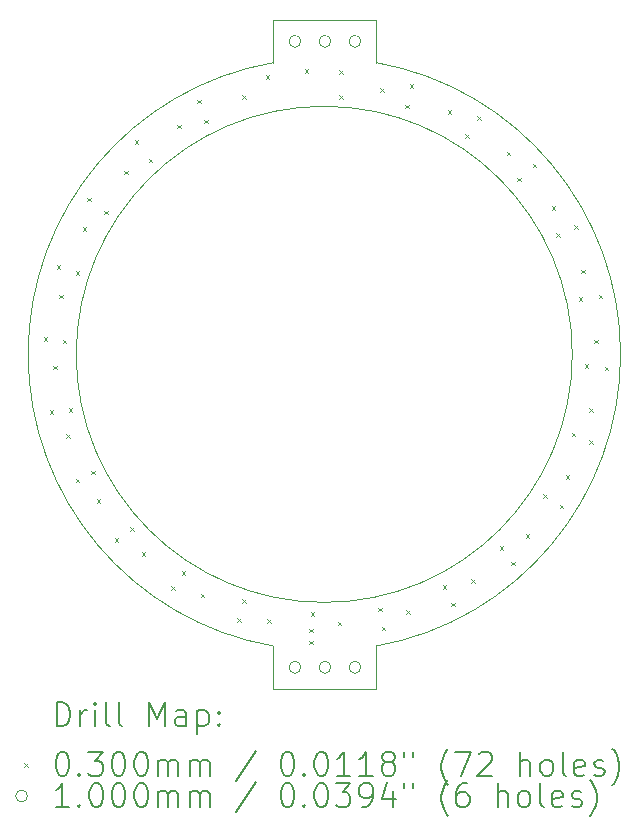
<source format=gbr>
%TF.GenerationSoftware,KiCad,Pcbnew,7.0.2-6a45011f42~172~ubuntu22.04.1*%
%TF.CreationDate,2023-05-13T10:54:32-06:00*%
%TF.ProjectId,ring-50mm,72696e67-2d35-4306-9d6d-2e6b69636164,rev?*%
%TF.SameCoordinates,Original*%
%TF.FileFunction,Drillmap*%
%TF.FilePolarity,Positive*%
%FSLAX45Y45*%
G04 Gerber Fmt 4.5, Leading zero omitted, Abs format (unit mm)*
G04 Created by KiCad (PCBNEW 7.0.2-6a45011f42~172~ubuntu22.04.1) date 2023-05-13 10:54:32*
%MOMM*%
%LPD*%
G01*
G04 APERTURE LIST*
%ADD10C,0.100000*%
%ADD11C,0.200000*%
%ADD12C,0.030000*%
G04 APERTURE END LIST*
D10*
X15570000Y-12080000D02*
X14700000Y-12080000D01*
X15570000Y-11720000D02*
X15570000Y-12080000D01*
X15570000Y-11720000D02*
G75*
G03*
X15570000Y-6780000I-440000J2470000D01*
G01*
X14700000Y-12080000D02*
X14700000Y-11720000D01*
X15570000Y-6420000D02*
X15570000Y-6780000D01*
X14700000Y-6780000D02*
X14700000Y-6420000D01*
X14700000Y-6780000D02*
G75*
G03*
X14700000Y-11720000I430000J-2470000D01*
G01*
X14700000Y-6420000D02*
X15570000Y-6420000D01*
X17230000Y-9250000D02*
G75*
G03*
X17230000Y-9250000I-2100000J0D01*
G01*
D11*
D12*
X12755000Y-9105000D02*
X12785000Y-9135000D01*
X12785000Y-9105000D02*
X12755000Y-9135000D01*
X12805000Y-9725000D02*
X12835000Y-9755000D01*
X12835000Y-9725000D02*
X12805000Y-9755000D01*
X12835000Y-9345000D02*
X12865000Y-9375000D01*
X12865000Y-9345000D02*
X12835000Y-9375000D01*
X12865000Y-8495000D02*
X12895000Y-8525000D01*
X12895000Y-8495000D02*
X12865000Y-8525000D01*
X12885000Y-8745000D02*
X12915000Y-8775000D01*
X12915000Y-8745000D02*
X12885000Y-8775000D01*
X12915000Y-9125000D02*
X12945000Y-9155000D01*
X12945000Y-9125000D02*
X12915000Y-9155000D01*
X12945000Y-9925000D02*
X12975000Y-9955000D01*
X12975000Y-9925000D02*
X12945000Y-9955000D01*
X12965000Y-9705000D02*
X12995000Y-9735000D01*
X12995000Y-9705000D02*
X12965000Y-9735000D01*
X13025000Y-8545000D02*
X13055000Y-8575000D01*
X13055000Y-8545000D02*
X13025000Y-8575000D01*
X13025000Y-10305000D02*
X13055000Y-10335000D01*
X13055000Y-10305000D02*
X13025000Y-10335000D01*
X13085000Y-8175000D02*
X13115000Y-8205000D01*
X13115000Y-8175000D02*
X13085000Y-8205000D01*
X13125000Y-7925000D02*
X13155000Y-7955000D01*
X13155000Y-7925000D02*
X13125000Y-7955000D01*
X13155000Y-10235000D02*
X13185000Y-10265000D01*
X13185000Y-10235000D02*
X13155000Y-10265000D01*
X13205000Y-10475000D02*
X13235000Y-10505000D01*
X13235000Y-10475000D02*
X13205000Y-10505000D01*
X13265000Y-8035000D02*
X13295000Y-8065000D01*
X13295000Y-8035000D02*
X13265000Y-8065000D01*
X13355000Y-10805000D02*
X13385000Y-10835000D01*
X13385000Y-10805000D02*
X13355000Y-10835000D01*
X13435000Y-7695000D02*
X13465000Y-7725000D01*
X13465000Y-7695000D02*
X13435000Y-7725000D01*
X13485000Y-10715000D02*
X13515000Y-10745000D01*
X13515000Y-10715000D02*
X13485000Y-10745000D01*
X13525000Y-7435000D02*
X13555000Y-7465000D01*
X13555000Y-7435000D02*
X13525000Y-7465000D01*
X13585000Y-10925000D02*
X13615000Y-10955000D01*
X13615000Y-10925000D02*
X13585000Y-10955000D01*
X13645000Y-7595000D02*
X13675000Y-7625000D01*
X13675000Y-7595000D02*
X13645000Y-7625000D01*
X13835000Y-11215000D02*
X13865000Y-11245000D01*
X13865000Y-11215000D02*
X13835000Y-11245000D01*
X13885000Y-7305000D02*
X13915000Y-7335000D01*
X13915000Y-7305000D02*
X13885000Y-7335000D01*
X13925000Y-11085000D02*
X13955000Y-11115000D01*
X13955000Y-11085000D02*
X13925000Y-11115000D01*
X14055000Y-7095000D02*
X14085000Y-7125000D01*
X14085000Y-7095000D02*
X14055000Y-7125000D01*
X14085000Y-11275000D02*
X14115000Y-11305000D01*
X14115000Y-11275000D02*
X14085000Y-11305000D01*
X14115000Y-7265000D02*
X14145000Y-7295000D01*
X14145000Y-7265000D02*
X14115000Y-7295000D01*
X14395000Y-11485000D02*
X14425000Y-11515000D01*
X14425000Y-11485000D02*
X14395000Y-11515000D01*
X14435000Y-7055000D02*
X14465000Y-7085000D01*
X14465000Y-7055000D02*
X14435000Y-7085000D01*
X14435000Y-11325000D02*
X14465000Y-11355000D01*
X14465000Y-11325000D02*
X14435000Y-11355000D01*
X14635000Y-6885000D02*
X14665000Y-6915000D01*
X14665000Y-6885000D02*
X14635000Y-6915000D01*
X14645000Y-11495000D02*
X14675000Y-11525000D01*
X14675000Y-11495000D02*
X14645000Y-11525000D01*
X14965000Y-6835000D02*
X14995000Y-6865000D01*
X14995000Y-6835000D02*
X14965000Y-6865000D01*
X15005000Y-11575000D02*
X15035000Y-11605000D01*
X15035000Y-11575000D02*
X15005000Y-11605000D01*
X15005000Y-11675000D02*
X15035000Y-11705000D01*
X15035000Y-11675000D02*
X15005000Y-11705000D01*
X15015000Y-11435000D02*
X15045000Y-11465000D01*
X15045000Y-11435000D02*
X15015000Y-11465000D01*
X15245000Y-11515000D02*
X15275000Y-11545000D01*
X15275000Y-11515000D02*
X15245000Y-11545000D01*
X15255000Y-6845000D02*
X15285000Y-6875000D01*
X15285000Y-6845000D02*
X15255000Y-6875000D01*
X15255000Y-7055000D02*
X15285000Y-7085000D01*
X15285000Y-7055000D02*
X15255000Y-7085000D01*
X15585000Y-11395000D02*
X15615000Y-11425000D01*
X15615000Y-11395000D02*
X15585000Y-11425000D01*
X15605000Y-6995000D02*
X15635000Y-7025000D01*
X15635000Y-6995000D02*
X15605000Y-7025000D01*
X15615000Y-11555000D02*
X15645000Y-11585000D01*
X15645000Y-11555000D02*
X15615000Y-11585000D01*
X15815000Y-7135000D02*
X15845000Y-7165000D01*
X15845000Y-7135000D02*
X15815000Y-7165000D01*
X15825000Y-11415000D02*
X15855000Y-11445000D01*
X15855000Y-11415000D02*
X15825000Y-11445000D01*
X15855000Y-6965000D02*
X15885000Y-6995000D01*
X15885000Y-6965000D02*
X15855000Y-6995000D01*
X16135000Y-11205000D02*
X16165000Y-11235000D01*
X16165000Y-11205000D02*
X16135000Y-11235000D01*
X16175000Y-7185000D02*
X16205000Y-7215000D01*
X16205000Y-7185000D02*
X16175000Y-7215000D01*
X16205000Y-11355000D02*
X16235000Y-11385000D01*
X16235000Y-11355000D02*
X16205000Y-11385000D01*
X16325000Y-7385000D02*
X16355000Y-7415000D01*
X16355000Y-7385000D02*
X16325000Y-7415000D01*
X16375000Y-11155000D02*
X16405000Y-11185000D01*
X16405000Y-11155000D02*
X16375000Y-11185000D01*
X16425000Y-7235000D02*
X16455000Y-7265000D01*
X16455000Y-7235000D02*
X16425000Y-7265000D01*
X16615000Y-10875000D02*
X16645000Y-10905000D01*
X16645000Y-10875000D02*
X16615000Y-10905000D01*
X16675000Y-7535000D02*
X16705000Y-7565000D01*
X16705000Y-7535000D02*
X16675000Y-7565000D01*
X16715000Y-11005000D02*
X16745000Y-11035000D01*
X16745000Y-11005000D02*
X16715000Y-11035000D01*
X16765000Y-7755000D02*
X16795000Y-7785000D01*
X16795000Y-7755000D02*
X16765000Y-7785000D01*
X16835000Y-10775000D02*
X16865000Y-10805000D01*
X16865000Y-10775000D02*
X16835000Y-10805000D01*
X16895000Y-7635000D02*
X16925000Y-7665000D01*
X16925000Y-7635000D02*
X16895000Y-7665000D01*
X16985000Y-10435000D02*
X17015000Y-10465000D01*
X17015000Y-10435000D02*
X16985000Y-10465000D01*
X17055000Y-7995000D02*
X17085000Y-8025000D01*
X17085000Y-7995000D02*
X17055000Y-8025000D01*
X17095000Y-8225000D02*
X17125000Y-8255000D01*
X17125000Y-8225000D02*
X17095000Y-8255000D01*
X17125000Y-10525000D02*
X17155000Y-10555000D01*
X17155000Y-10525000D02*
X17125000Y-10555000D01*
X17175000Y-10275000D02*
X17205000Y-10305000D01*
X17205000Y-10275000D02*
X17175000Y-10305000D01*
X17225000Y-9915000D02*
X17255000Y-9945000D01*
X17255000Y-9915000D02*
X17225000Y-9945000D01*
X17245000Y-8155000D02*
X17275000Y-8185000D01*
X17275000Y-8155000D02*
X17245000Y-8185000D01*
X17285000Y-8765000D02*
X17315000Y-8795000D01*
X17315000Y-8765000D02*
X17285000Y-8795000D01*
X17305000Y-8535000D02*
X17335000Y-8565000D01*
X17335000Y-8535000D02*
X17305000Y-8565000D01*
X17335000Y-9335000D02*
X17365000Y-9365000D01*
X17365000Y-9335000D02*
X17335000Y-9365000D01*
X17375000Y-9705000D02*
X17405000Y-9735000D01*
X17405000Y-9705000D02*
X17375000Y-9735000D01*
X17375000Y-9975000D02*
X17405000Y-10005000D01*
X17405000Y-9975000D02*
X17375000Y-10005000D01*
X17415000Y-9125000D02*
X17445000Y-9155000D01*
X17445000Y-9125000D02*
X17415000Y-9155000D01*
X17455000Y-8745000D02*
X17485000Y-8775000D01*
X17485000Y-8745000D02*
X17455000Y-8775000D01*
X17505000Y-9355000D02*
X17535000Y-9385000D01*
X17535000Y-9355000D02*
X17505000Y-9385000D01*
D10*
X14932000Y-6600000D02*
G75*
G03*
X14932000Y-6600000I-50000J0D01*
G01*
X14932000Y-11900000D02*
G75*
G03*
X14932000Y-11900000I-50000J0D01*
G01*
X15186000Y-6600000D02*
G75*
G03*
X15186000Y-6600000I-50000J0D01*
G01*
X15186000Y-11900000D02*
G75*
G03*
X15186000Y-11900000I-50000J0D01*
G01*
X15440000Y-6600000D02*
G75*
G03*
X15440000Y-6600000I-50000J0D01*
G01*
X15440000Y-11900000D02*
G75*
G03*
X15440000Y-11900000I-50000J0D01*
G01*
D11*
X12865469Y-12397524D02*
X12865469Y-12197524D01*
X12865469Y-12197524D02*
X12913088Y-12197524D01*
X12913088Y-12197524D02*
X12941660Y-12207048D01*
X12941660Y-12207048D02*
X12960707Y-12226095D01*
X12960707Y-12226095D02*
X12970231Y-12245143D01*
X12970231Y-12245143D02*
X12979755Y-12283238D01*
X12979755Y-12283238D02*
X12979755Y-12311809D01*
X12979755Y-12311809D02*
X12970231Y-12349905D01*
X12970231Y-12349905D02*
X12960707Y-12368952D01*
X12960707Y-12368952D02*
X12941660Y-12388000D01*
X12941660Y-12388000D02*
X12913088Y-12397524D01*
X12913088Y-12397524D02*
X12865469Y-12397524D01*
X13065469Y-12397524D02*
X13065469Y-12264190D01*
X13065469Y-12302286D02*
X13074993Y-12283238D01*
X13074993Y-12283238D02*
X13084517Y-12273714D01*
X13084517Y-12273714D02*
X13103564Y-12264190D01*
X13103564Y-12264190D02*
X13122612Y-12264190D01*
X13189279Y-12397524D02*
X13189279Y-12264190D01*
X13189279Y-12197524D02*
X13179755Y-12207048D01*
X13179755Y-12207048D02*
X13189279Y-12216571D01*
X13189279Y-12216571D02*
X13198803Y-12207048D01*
X13198803Y-12207048D02*
X13189279Y-12197524D01*
X13189279Y-12197524D02*
X13189279Y-12216571D01*
X13313088Y-12397524D02*
X13294041Y-12388000D01*
X13294041Y-12388000D02*
X13284517Y-12368952D01*
X13284517Y-12368952D02*
X13284517Y-12197524D01*
X13417850Y-12397524D02*
X13398803Y-12388000D01*
X13398803Y-12388000D02*
X13389279Y-12368952D01*
X13389279Y-12368952D02*
X13389279Y-12197524D01*
X13646422Y-12397524D02*
X13646422Y-12197524D01*
X13646422Y-12197524D02*
X13713088Y-12340381D01*
X13713088Y-12340381D02*
X13779755Y-12197524D01*
X13779755Y-12197524D02*
X13779755Y-12397524D01*
X13960707Y-12397524D02*
X13960707Y-12292762D01*
X13960707Y-12292762D02*
X13951184Y-12273714D01*
X13951184Y-12273714D02*
X13932136Y-12264190D01*
X13932136Y-12264190D02*
X13894041Y-12264190D01*
X13894041Y-12264190D02*
X13874993Y-12273714D01*
X13960707Y-12388000D02*
X13941660Y-12397524D01*
X13941660Y-12397524D02*
X13894041Y-12397524D01*
X13894041Y-12397524D02*
X13874993Y-12388000D01*
X13874993Y-12388000D02*
X13865469Y-12368952D01*
X13865469Y-12368952D02*
X13865469Y-12349905D01*
X13865469Y-12349905D02*
X13874993Y-12330857D01*
X13874993Y-12330857D02*
X13894041Y-12321333D01*
X13894041Y-12321333D02*
X13941660Y-12321333D01*
X13941660Y-12321333D02*
X13960707Y-12311809D01*
X14055945Y-12264190D02*
X14055945Y-12464190D01*
X14055945Y-12273714D02*
X14074993Y-12264190D01*
X14074993Y-12264190D02*
X14113088Y-12264190D01*
X14113088Y-12264190D02*
X14132136Y-12273714D01*
X14132136Y-12273714D02*
X14141660Y-12283238D01*
X14141660Y-12283238D02*
X14151184Y-12302286D01*
X14151184Y-12302286D02*
X14151184Y-12359428D01*
X14151184Y-12359428D02*
X14141660Y-12378476D01*
X14141660Y-12378476D02*
X14132136Y-12388000D01*
X14132136Y-12388000D02*
X14113088Y-12397524D01*
X14113088Y-12397524D02*
X14074993Y-12397524D01*
X14074993Y-12397524D02*
X14055945Y-12388000D01*
X14236898Y-12378476D02*
X14246422Y-12388000D01*
X14246422Y-12388000D02*
X14236898Y-12397524D01*
X14236898Y-12397524D02*
X14227374Y-12388000D01*
X14227374Y-12388000D02*
X14236898Y-12378476D01*
X14236898Y-12378476D02*
X14236898Y-12397524D01*
X14236898Y-12273714D02*
X14246422Y-12283238D01*
X14246422Y-12283238D02*
X14236898Y-12292762D01*
X14236898Y-12292762D02*
X14227374Y-12283238D01*
X14227374Y-12283238D02*
X14236898Y-12273714D01*
X14236898Y-12273714D02*
X14236898Y-12292762D01*
D12*
X12587850Y-12710000D02*
X12617850Y-12740000D01*
X12617850Y-12710000D02*
X12587850Y-12740000D01*
D11*
X12903564Y-12617524D02*
X12922612Y-12617524D01*
X12922612Y-12617524D02*
X12941660Y-12627048D01*
X12941660Y-12627048D02*
X12951184Y-12636571D01*
X12951184Y-12636571D02*
X12960707Y-12655619D01*
X12960707Y-12655619D02*
X12970231Y-12693714D01*
X12970231Y-12693714D02*
X12970231Y-12741333D01*
X12970231Y-12741333D02*
X12960707Y-12779428D01*
X12960707Y-12779428D02*
X12951184Y-12798476D01*
X12951184Y-12798476D02*
X12941660Y-12808000D01*
X12941660Y-12808000D02*
X12922612Y-12817524D01*
X12922612Y-12817524D02*
X12903564Y-12817524D01*
X12903564Y-12817524D02*
X12884517Y-12808000D01*
X12884517Y-12808000D02*
X12874993Y-12798476D01*
X12874993Y-12798476D02*
X12865469Y-12779428D01*
X12865469Y-12779428D02*
X12855945Y-12741333D01*
X12855945Y-12741333D02*
X12855945Y-12693714D01*
X12855945Y-12693714D02*
X12865469Y-12655619D01*
X12865469Y-12655619D02*
X12874993Y-12636571D01*
X12874993Y-12636571D02*
X12884517Y-12627048D01*
X12884517Y-12627048D02*
X12903564Y-12617524D01*
X13055945Y-12798476D02*
X13065469Y-12808000D01*
X13065469Y-12808000D02*
X13055945Y-12817524D01*
X13055945Y-12817524D02*
X13046422Y-12808000D01*
X13046422Y-12808000D02*
X13055945Y-12798476D01*
X13055945Y-12798476D02*
X13055945Y-12817524D01*
X13132136Y-12617524D02*
X13255945Y-12617524D01*
X13255945Y-12617524D02*
X13189279Y-12693714D01*
X13189279Y-12693714D02*
X13217850Y-12693714D01*
X13217850Y-12693714D02*
X13236898Y-12703238D01*
X13236898Y-12703238D02*
X13246422Y-12712762D01*
X13246422Y-12712762D02*
X13255945Y-12731809D01*
X13255945Y-12731809D02*
X13255945Y-12779428D01*
X13255945Y-12779428D02*
X13246422Y-12798476D01*
X13246422Y-12798476D02*
X13236898Y-12808000D01*
X13236898Y-12808000D02*
X13217850Y-12817524D01*
X13217850Y-12817524D02*
X13160707Y-12817524D01*
X13160707Y-12817524D02*
X13141660Y-12808000D01*
X13141660Y-12808000D02*
X13132136Y-12798476D01*
X13379755Y-12617524D02*
X13398803Y-12617524D01*
X13398803Y-12617524D02*
X13417850Y-12627048D01*
X13417850Y-12627048D02*
X13427374Y-12636571D01*
X13427374Y-12636571D02*
X13436898Y-12655619D01*
X13436898Y-12655619D02*
X13446422Y-12693714D01*
X13446422Y-12693714D02*
X13446422Y-12741333D01*
X13446422Y-12741333D02*
X13436898Y-12779428D01*
X13436898Y-12779428D02*
X13427374Y-12798476D01*
X13427374Y-12798476D02*
X13417850Y-12808000D01*
X13417850Y-12808000D02*
X13398803Y-12817524D01*
X13398803Y-12817524D02*
X13379755Y-12817524D01*
X13379755Y-12817524D02*
X13360707Y-12808000D01*
X13360707Y-12808000D02*
X13351184Y-12798476D01*
X13351184Y-12798476D02*
X13341660Y-12779428D01*
X13341660Y-12779428D02*
X13332136Y-12741333D01*
X13332136Y-12741333D02*
X13332136Y-12693714D01*
X13332136Y-12693714D02*
X13341660Y-12655619D01*
X13341660Y-12655619D02*
X13351184Y-12636571D01*
X13351184Y-12636571D02*
X13360707Y-12627048D01*
X13360707Y-12627048D02*
X13379755Y-12617524D01*
X13570231Y-12617524D02*
X13589279Y-12617524D01*
X13589279Y-12617524D02*
X13608326Y-12627048D01*
X13608326Y-12627048D02*
X13617850Y-12636571D01*
X13617850Y-12636571D02*
X13627374Y-12655619D01*
X13627374Y-12655619D02*
X13636898Y-12693714D01*
X13636898Y-12693714D02*
X13636898Y-12741333D01*
X13636898Y-12741333D02*
X13627374Y-12779428D01*
X13627374Y-12779428D02*
X13617850Y-12798476D01*
X13617850Y-12798476D02*
X13608326Y-12808000D01*
X13608326Y-12808000D02*
X13589279Y-12817524D01*
X13589279Y-12817524D02*
X13570231Y-12817524D01*
X13570231Y-12817524D02*
X13551184Y-12808000D01*
X13551184Y-12808000D02*
X13541660Y-12798476D01*
X13541660Y-12798476D02*
X13532136Y-12779428D01*
X13532136Y-12779428D02*
X13522612Y-12741333D01*
X13522612Y-12741333D02*
X13522612Y-12693714D01*
X13522612Y-12693714D02*
X13532136Y-12655619D01*
X13532136Y-12655619D02*
X13541660Y-12636571D01*
X13541660Y-12636571D02*
X13551184Y-12627048D01*
X13551184Y-12627048D02*
X13570231Y-12617524D01*
X13722612Y-12817524D02*
X13722612Y-12684190D01*
X13722612Y-12703238D02*
X13732136Y-12693714D01*
X13732136Y-12693714D02*
X13751184Y-12684190D01*
X13751184Y-12684190D02*
X13779755Y-12684190D01*
X13779755Y-12684190D02*
X13798803Y-12693714D01*
X13798803Y-12693714D02*
X13808326Y-12712762D01*
X13808326Y-12712762D02*
X13808326Y-12817524D01*
X13808326Y-12712762D02*
X13817850Y-12693714D01*
X13817850Y-12693714D02*
X13836898Y-12684190D01*
X13836898Y-12684190D02*
X13865469Y-12684190D01*
X13865469Y-12684190D02*
X13884517Y-12693714D01*
X13884517Y-12693714D02*
X13894041Y-12712762D01*
X13894041Y-12712762D02*
X13894041Y-12817524D01*
X13989279Y-12817524D02*
X13989279Y-12684190D01*
X13989279Y-12703238D02*
X13998803Y-12693714D01*
X13998803Y-12693714D02*
X14017850Y-12684190D01*
X14017850Y-12684190D02*
X14046422Y-12684190D01*
X14046422Y-12684190D02*
X14065469Y-12693714D01*
X14065469Y-12693714D02*
X14074993Y-12712762D01*
X14074993Y-12712762D02*
X14074993Y-12817524D01*
X14074993Y-12712762D02*
X14084517Y-12693714D01*
X14084517Y-12693714D02*
X14103565Y-12684190D01*
X14103565Y-12684190D02*
X14132136Y-12684190D01*
X14132136Y-12684190D02*
X14151184Y-12693714D01*
X14151184Y-12693714D02*
X14160707Y-12712762D01*
X14160707Y-12712762D02*
X14160707Y-12817524D01*
X14551184Y-12608000D02*
X14379755Y-12865143D01*
X14808327Y-12617524D02*
X14827374Y-12617524D01*
X14827374Y-12617524D02*
X14846422Y-12627048D01*
X14846422Y-12627048D02*
X14855946Y-12636571D01*
X14855946Y-12636571D02*
X14865469Y-12655619D01*
X14865469Y-12655619D02*
X14874993Y-12693714D01*
X14874993Y-12693714D02*
X14874993Y-12741333D01*
X14874993Y-12741333D02*
X14865469Y-12779428D01*
X14865469Y-12779428D02*
X14855946Y-12798476D01*
X14855946Y-12798476D02*
X14846422Y-12808000D01*
X14846422Y-12808000D02*
X14827374Y-12817524D01*
X14827374Y-12817524D02*
X14808327Y-12817524D01*
X14808327Y-12817524D02*
X14789279Y-12808000D01*
X14789279Y-12808000D02*
X14779755Y-12798476D01*
X14779755Y-12798476D02*
X14770231Y-12779428D01*
X14770231Y-12779428D02*
X14760708Y-12741333D01*
X14760708Y-12741333D02*
X14760708Y-12693714D01*
X14760708Y-12693714D02*
X14770231Y-12655619D01*
X14770231Y-12655619D02*
X14779755Y-12636571D01*
X14779755Y-12636571D02*
X14789279Y-12627048D01*
X14789279Y-12627048D02*
X14808327Y-12617524D01*
X14960708Y-12798476D02*
X14970231Y-12808000D01*
X14970231Y-12808000D02*
X14960708Y-12817524D01*
X14960708Y-12817524D02*
X14951184Y-12808000D01*
X14951184Y-12808000D02*
X14960708Y-12798476D01*
X14960708Y-12798476D02*
X14960708Y-12817524D01*
X15094041Y-12617524D02*
X15113089Y-12617524D01*
X15113089Y-12617524D02*
X15132136Y-12627048D01*
X15132136Y-12627048D02*
X15141660Y-12636571D01*
X15141660Y-12636571D02*
X15151184Y-12655619D01*
X15151184Y-12655619D02*
X15160708Y-12693714D01*
X15160708Y-12693714D02*
X15160708Y-12741333D01*
X15160708Y-12741333D02*
X15151184Y-12779428D01*
X15151184Y-12779428D02*
X15141660Y-12798476D01*
X15141660Y-12798476D02*
X15132136Y-12808000D01*
X15132136Y-12808000D02*
X15113089Y-12817524D01*
X15113089Y-12817524D02*
X15094041Y-12817524D01*
X15094041Y-12817524D02*
X15074993Y-12808000D01*
X15074993Y-12808000D02*
X15065469Y-12798476D01*
X15065469Y-12798476D02*
X15055946Y-12779428D01*
X15055946Y-12779428D02*
X15046422Y-12741333D01*
X15046422Y-12741333D02*
X15046422Y-12693714D01*
X15046422Y-12693714D02*
X15055946Y-12655619D01*
X15055946Y-12655619D02*
X15065469Y-12636571D01*
X15065469Y-12636571D02*
X15074993Y-12627048D01*
X15074993Y-12627048D02*
X15094041Y-12617524D01*
X15351184Y-12817524D02*
X15236898Y-12817524D01*
X15294041Y-12817524D02*
X15294041Y-12617524D01*
X15294041Y-12617524D02*
X15274993Y-12646095D01*
X15274993Y-12646095D02*
X15255946Y-12665143D01*
X15255946Y-12665143D02*
X15236898Y-12674667D01*
X15541660Y-12817524D02*
X15427374Y-12817524D01*
X15484517Y-12817524D02*
X15484517Y-12617524D01*
X15484517Y-12617524D02*
X15465469Y-12646095D01*
X15465469Y-12646095D02*
X15446422Y-12665143D01*
X15446422Y-12665143D02*
X15427374Y-12674667D01*
X15655946Y-12703238D02*
X15636898Y-12693714D01*
X15636898Y-12693714D02*
X15627374Y-12684190D01*
X15627374Y-12684190D02*
X15617850Y-12665143D01*
X15617850Y-12665143D02*
X15617850Y-12655619D01*
X15617850Y-12655619D02*
X15627374Y-12636571D01*
X15627374Y-12636571D02*
X15636898Y-12627048D01*
X15636898Y-12627048D02*
X15655946Y-12617524D01*
X15655946Y-12617524D02*
X15694041Y-12617524D01*
X15694041Y-12617524D02*
X15713089Y-12627048D01*
X15713089Y-12627048D02*
X15722612Y-12636571D01*
X15722612Y-12636571D02*
X15732136Y-12655619D01*
X15732136Y-12655619D02*
X15732136Y-12665143D01*
X15732136Y-12665143D02*
X15722612Y-12684190D01*
X15722612Y-12684190D02*
X15713089Y-12693714D01*
X15713089Y-12693714D02*
X15694041Y-12703238D01*
X15694041Y-12703238D02*
X15655946Y-12703238D01*
X15655946Y-12703238D02*
X15636898Y-12712762D01*
X15636898Y-12712762D02*
X15627374Y-12722286D01*
X15627374Y-12722286D02*
X15617850Y-12741333D01*
X15617850Y-12741333D02*
X15617850Y-12779428D01*
X15617850Y-12779428D02*
X15627374Y-12798476D01*
X15627374Y-12798476D02*
X15636898Y-12808000D01*
X15636898Y-12808000D02*
X15655946Y-12817524D01*
X15655946Y-12817524D02*
X15694041Y-12817524D01*
X15694041Y-12817524D02*
X15713089Y-12808000D01*
X15713089Y-12808000D02*
X15722612Y-12798476D01*
X15722612Y-12798476D02*
X15732136Y-12779428D01*
X15732136Y-12779428D02*
X15732136Y-12741333D01*
X15732136Y-12741333D02*
X15722612Y-12722286D01*
X15722612Y-12722286D02*
X15713089Y-12712762D01*
X15713089Y-12712762D02*
X15694041Y-12703238D01*
X15808327Y-12617524D02*
X15808327Y-12655619D01*
X15884517Y-12617524D02*
X15884517Y-12655619D01*
X16179755Y-12893714D02*
X16170231Y-12884190D01*
X16170231Y-12884190D02*
X16151184Y-12855619D01*
X16151184Y-12855619D02*
X16141660Y-12836571D01*
X16141660Y-12836571D02*
X16132136Y-12808000D01*
X16132136Y-12808000D02*
X16122612Y-12760381D01*
X16122612Y-12760381D02*
X16122612Y-12722286D01*
X16122612Y-12722286D02*
X16132136Y-12674667D01*
X16132136Y-12674667D02*
X16141660Y-12646095D01*
X16141660Y-12646095D02*
X16151184Y-12627048D01*
X16151184Y-12627048D02*
X16170231Y-12598476D01*
X16170231Y-12598476D02*
X16179755Y-12588952D01*
X16236898Y-12617524D02*
X16370231Y-12617524D01*
X16370231Y-12617524D02*
X16284517Y-12817524D01*
X16436898Y-12636571D02*
X16446422Y-12627048D01*
X16446422Y-12627048D02*
X16465470Y-12617524D01*
X16465470Y-12617524D02*
X16513089Y-12617524D01*
X16513089Y-12617524D02*
X16532136Y-12627048D01*
X16532136Y-12627048D02*
X16541660Y-12636571D01*
X16541660Y-12636571D02*
X16551184Y-12655619D01*
X16551184Y-12655619D02*
X16551184Y-12674667D01*
X16551184Y-12674667D02*
X16541660Y-12703238D01*
X16541660Y-12703238D02*
X16427374Y-12817524D01*
X16427374Y-12817524D02*
X16551184Y-12817524D01*
X16789279Y-12817524D02*
X16789279Y-12617524D01*
X16874994Y-12817524D02*
X16874994Y-12712762D01*
X16874994Y-12712762D02*
X16865470Y-12693714D01*
X16865470Y-12693714D02*
X16846422Y-12684190D01*
X16846422Y-12684190D02*
X16817851Y-12684190D01*
X16817851Y-12684190D02*
X16798803Y-12693714D01*
X16798803Y-12693714D02*
X16789279Y-12703238D01*
X16998803Y-12817524D02*
X16979755Y-12808000D01*
X16979755Y-12808000D02*
X16970232Y-12798476D01*
X16970232Y-12798476D02*
X16960708Y-12779428D01*
X16960708Y-12779428D02*
X16960708Y-12722286D01*
X16960708Y-12722286D02*
X16970232Y-12703238D01*
X16970232Y-12703238D02*
X16979755Y-12693714D01*
X16979755Y-12693714D02*
X16998803Y-12684190D01*
X16998803Y-12684190D02*
X17027375Y-12684190D01*
X17027375Y-12684190D02*
X17046422Y-12693714D01*
X17046422Y-12693714D02*
X17055946Y-12703238D01*
X17055946Y-12703238D02*
X17065470Y-12722286D01*
X17065470Y-12722286D02*
X17065470Y-12779428D01*
X17065470Y-12779428D02*
X17055946Y-12798476D01*
X17055946Y-12798476D02*
X17046422Y-12808000D01*
X17046422Y-12808000D02*
X17027375Y-12817524D01*
X17027375Y-12817524D02*
X16998803Y-12817524D01*
X17179755Y-12817524D02*
X17160708Y-12808000D01*
X17160708Y-12808000D02*
X17151184Y-12788952D01*
X17151184Y-12788952D02*
X17151184Y-12617524D01*
X17332136Y-12808000D02*
X17313089Y-12817524D01*
X17313089Y-12817524D02*
X17274994Y-12817524D01*
X17274994Y-12817524D02*
X17255946Y-12808000D01*
X17255946Y-12808000D02*
X17246422Y-12788952D01*
X17246422Y-12788952D02*
X17246422Y-12712762D01*
X17246422Y-12712762D02*
X17255946Y-12693714D01*
X17255946Y-12693714D02*
X17274994Y-12684190D01*
X17274994Y-12684190D02*
X17313089Y-12684190D01*
X17313089Y-12684190D02*
X17332136Y-12693714D01*
X17332136Y-12693714D02*
X17341660Y-12712762D01*
X17341660Y-12712762D02*
X17341660Y-12731809D01*
X17341660Y-12731809D02*
X17246422Y-12750857D01*
X17417851Y-12808000D02*
X17436898Y-12817524D01*
X17436898Y-12817524D02*
X17474994Y-12817524D01*
X17474994Y-12817524D02*
X17494041Y-12808000D01*
X17494041Y-12808000D02*
X17503565Y-12788952D01*
X17503565Y-12788952D02*
X17503565Y-12779428D01*
X17503565Y-12779428D02*
X17494041Y-12760381D01*
X17494041Y-12760381D02*
X17474994Y-12750857D01*
X17474994Y-12750857D02*
X17446422Y-12750857D01*
X17446422Y-12750857D02*
X17427375Y-12741333D01*
X17427375Y-12741333D02*
X17417851Y-12722286D01*
X17417851Y-12722286D02*
X17417851Y-12712762D01*
X17417851Y-12712762D02*
X17427375Y-12693714D01*
X17427375Y-12693714D02*
X17446422Y-12684190D01*
X17446422Y-12684190D02*
X17474994Y-12684190D01*
X17474994Y-12684190D02*
X17494041Y-12693714D01*
X17570232Y-12893714D02*
X17579756Y-12884190D01*
X17579756Y-12884190D02*
X17598803Y-12855619D01*
X17598803Y-12855619D02*
X17608327Y-12836571D01*
X17608327Y-12836571D02*
X17617851Y-12808000D01*
X17617851Y-12808000D02*
X17627375Y-12760381D01*
X17627375Y-12760381D02*
X17627375Y-12722286D01*
X17627375Y-12722286D02*
X17617851Y-12674667D01*
X17617851Y-12674667D02*
X17608327Y-12646095D01*
X17608327Y-12646095D02*
X17598803Y-12627048D01*
X17598803Y-12627048D02*
X17579756Y-12598476D01*
X17579756Y-12598476D02*
X17570232Y-12588952D01*
D10*
X12617850Y-12989000D02*
G75*
G03*
X12617850Y-12989000I-50000J0D01*
G01*
D11*
X12970231Y-13081524D02*
X12855945Y-13081524D01*
X12913088Y-13081524D02*
X12913088Y-12881524D01*
X12913088Y-12881524D02*
X12894041Y-12910095D01*
X12894041Y-12910095D02*
X12874993Y-12929143D01*
X12874993Y-12929143D02*
X12855945Y-12938667D01*
X13055945Y-13062476D02*
X13065469Y-13072000D01*
X13065469Y-13072000D02*
X13055945Y-13081524D01*
X13055945Y-13081524D02*
X13046422Y-13072000D01*
X13046422Y-13072000D02*
X13055945Y-13062476D01*
X13055945Y-13062476D02*
X13055945Y-13081524D01*
X13189279Y-12881524D02*
X13208326Y-12881524D01*
X13208326Y-12881524D02*
X13227374Y-12891048D01*
X13227374Y-12891048D02*
X13236898Y-12900571D01*
X13236898Y-12900571D02*
X13246422Y-12919619D01*
X13246422Y-12919619D02*
X13255945Y-12957714D01*
X13255945Y-12957714D02*
X13255945Y-13005333D01*
X13255945Y-13005333D02*
X13246422Y-13043428D01*
X13246422Y-13043428D02*
X13236898Y-13062476D01*
X13236898Y-13062476D02*
X13227374Y-13072000D01*
X13227374Y-13072000D02*
X13208326Y-13081524D01*
X13208326Y-13081524D02*
X13189279Y-13081524D01*
X13189279Y-13081524D02*
X13170231Y-13072000D01*
X13170231Y-13072000D02*
X13160707Y-13062476D01*
X13160707Y-13062476D02*
X13151184Y-13043428D01*
X13151184Y-13043428D02*
X13141660Y-13005333D01*
X13141660Y-13005333D02*
X13141660Y-12957714D01*
X13141660Y-12957714D02*
X13151184Y-12919619D01*
X13151184Y-12919619D02*
X13160707Y-12900571D01*
X13160707Y-12900571D02*
X13170231Y-12891048D01*
X13170231Y-12891048D02*
X13189279Y-12881524D01*
X13379755Y-12881524D02*
X13398803Y-12881524D01*
X13398803Y-12881524D02*
X13417850Y-12891048D01*
X13417850Y-12891048D02*
X13427374Y-12900571D01*
X13427374Y-12900571D02*
X13436898Y-12919619D01*
X13436898Y-12919619D02*
X13446422Y-12957714D01*
X13446422Y-12957714D02*
X13446422Y-13005333D01*
X13446422Y-13005333D02*
X13436898Y-13043428D01*
X13436898Y-13043428D02*
X13427374Y-13062476D01*
X13427374Y-13062476D02*
X13417850Y-13072000D01*
X13417850Y-13072000D02*
X13398803Y-13081524D01*
X13398803Y-13081524D02*
X13379755Y-13081524D01*
X13379755Y-13081524D02*
X13360707Y-13072000D01*
X13360707Y-13072000D02*
X13351184Y-13062476D01*
X13351184Y-13062476D02*
X13341660Y-13043428D01*
X13341660Y-13043428D02*
X13332136Y-13005333D01*
X13332136Y-13005333D02*
X13332136Y-12957714D01*
X13332136Y-12957714D02*
X13341660Y-12919619D01*
X13341660Y-12919619D02*
X13351184Y-12900571D01*
X13351184Y-12900571D02*
X13360707Y-12891048D01*
X13360707Y-12891048D02*
X13379755Y-12881524D01*
X13570231Y-12881524D02*
X13589279Y-12881524D01*
X13589279Y-12881524D02*
X13608326Y-12891048D01*
X13608326Y-12891048D02*
X13617850Y-12900571D01*
X13617850Y-12900571D02*
X13627374Y-12919619D01*
X13627374Y-12919619D02*
X13636898Y-12957714D01*
X13636898Y-12957714D02*
X13636898Y-13005333D01*
X13636898Y-13005333D02*
X13627374Y-13043428D01*
X13627374Y-13043428D02*
X13617850Y-13062476D01*
X13617850Y-13062476D02*
X13608326Y-13072000D01*
X13608326Y-13072000D02*
X13589279Y-13081524D01*
X13589279Y-13081524D02*
X13570231Y-13081524D01*
X13570231Y-13081524D02*
X13551184Y-13072000D01*
X13551184Y-13072000D02*
X13541660Y-13062476D01*
X13541660Y-13062476D02*
X13532136Y-13043428D01*
X13532136Y-13043428D02*
X13522612Y-13005333D01*
X13522612Y-13005333D02*
X13522612Y-12957714D01*
X13522612Y-12957714D02*
X13532136Y-12919619D01*
X13532136Y-12919619D02*
X13541660Y-12900571D01*
X13541660Y-12900571D02*
X13551184Y-12891048D01*
X13551184Y-12891048D02*
X13570231Y-12881524D01*
X13722612Y-13081524D02*
X13722612Y-12948190D01*
X13722612Y-12967238D02*
X13732136Y-12957714D01*
X13732136Y-12957714D02*
X13751184Y-12948190D01*
X13751184Y-12948190D02*
X13779755Y-12948190D01*
X13779755Y-12948190D02*
X13798803Y-12957714D01*
X13798803Y-12957714D02*
X13808326Y-12976762D01*
X13808326Y-12976762D02*
X13808326Y-13081524D01*
X13808326Y-12976762D02*
X13817850Y-12957714D01*
X13817850Y-12957714D02*
X13836898Y-12948190D01*
X13836898Y-12948190D02*
X13865469Y-12948190D01*
X13865469Y-12948190D02*
X13884517Y-12957714D01*
X13884517Y-12957714D02*
X13894041Y-12976762D01*
X13894041Y-12976762D02*
X13894041Y-13081524D01*
X13989279Y-13081524D02*
X13989279Y-12948190D01*
X13989279Y-12967238D02*
X13998803Y-12957714D01*
X13998803Y-12957714D02*
X14017850Y-12948190D01*
X14017850Y-12948190D02*
X14046422Y-12948190D01*
X14046422Y-12948190D02*
X14065469Y-12957714D01*
X14065469Y-12957714D02*
X14074993Y-12976762D01*
X14074993Y-12976762D02*
X14074993Y-13081524D01*
X14074993Y-12976762D02*
X14084517Y-12957714D01*
X14084517Y-12957714D02*
X14103565Y-12948190D01*
X14103565Y-12948190D02*
X14132136Y-12948190D01*
X14132136Y-12948190D02*
X14151184Y-12957714D01*
X14151184Y-12957714D02*
X14160707Y-12976762D01*
X14160707Y-12976762D02*
X14160707Y-13081524D01*
X14551184Y-12872000D02*
X14379755Y-13129143D01*
X14808327Y-12881524D02*
X14827374Y-12881524D01*
X14827374Y-12881524D02*
X14846422Y-12891048D01*
X14846422Y-12891048D02*
X14855946Y-12900571D01*
X14855946Y-12900571D02*
X14865469Y-12919619D01*
X14865469Y-12919619D02*
X14874993Y-12957714D01*
X14874993Y-12957714D02*
X14874993Y-13005333D01*
X14874993Y-13005333D02*
X14865469Y-13043428D01*
X14865469Y-13043428D02*
X14855946Y-13062476D01*
X14855946Y-13062476D02*
X14846422Y-13072000D01*
X14846422Y-13072000D02*
X14827374Y-13081524D01*
X14827374Y-13081524D02*
X14808327Y-13081524D01*
X14808327Y-13081524D02*
X14789279Y-13072000D01*
X14789279Y-13072000D02*
X14779755Y-13062476D01*
X14779755Y-13062476D02*
X14770231Y-13043428D01*
X14770231Y-13043428D02*
X14760708Y-13005333D01*
X14760708Y-13005333D02*
X14760708Y-12957714D01*
X14760708Y-12957714D02*
X14770231Y-12919619D01*
X14770231Y-12919619D02*
X14779755Y-12900571D01*
X14779755Y-12900571D02*
X14789279Y-12891048D01*
X14789279Y-12891048D02*
X14808327Y-12881524D01*
X14960708Y-13062476D02*
X14970231Y-13072000D01*
X14970231Y-13072000D02*
X14960708Y-13081524D01*
X14960708Y-13081524D02*
X14951184Y-13072000D01*
X14951184Y-13072000D02*
X14960708Y-13062476D01*
X14960708Y-13062476D02*
X14960708Y-13081524D01*
X15094041Y-12881524D02*
X15113089Y-12881524D01*
X15113089Y-12881524D02*
X15132136Y-12891048D01*
X15132136Y-12891048D02*
X15141660Y-12900571D01*
X15141660Y-12900571D02*
X15151184Y-12919619D01*
X15151184Y-12919619D02*
X15160708Y-12957714D01*
X15160708Y-12957714D02*
X15160708Y-13005333D01*
X15160708Y-13005333D02*
X15151184Y-13043428D01*
X15151184Y-13043428D02*
X15141660Y-13062476D01*
X15141660Y-13062476D02*
X15132136Y-13072000D01*
X15132136Y-13072000D02*
X15113089Y-13081524D01*
X15113089Y-13081524D02*
X15094041Y-13081524D01*
X15094041Y-13081524D02*
X15074993Y-13072000D01*
X15074993Y-13072000D02*
X15065469Y-13062476D01*
X15065469Y-13062476D02*
X15055946Y-13043428D01*
X15055946Y-13043428D02*
X15046422Y-13005333D01*
X15046422Y-13005333D02*
X15046422Y-12957714D01*
X15046422Y-12957714D02*
X15055946Y-12919619D01*
X15055946Y-12919619D02*
X15065469Y-12900571D01*
X15065469Y-12900571D02*
X15074993Y-12891048D01*
X15074993Y-12891048D02*
X15094041Y-12881524D01*
X15227374Y-12881524D02*
X15351184Y-12881524D01*
X15351184Y-12881524D02*
X15284517Y-12957714D01*
X15284517Y-12957714D02*
X15313089Y-12957714D01*
X15313089Y-12957714D02*
X15332136Y-12967238D01*
X15332136Y-12967238D02*
X15341660Y-12976762D01*
X15341660Y-12976762D02*
X15351184Y-12995809D01*
X15351184Y-12995809D02*
X15351184Y-13043428D01*
X15351184Y-13043428D02*
X15341660Y-13062476D01*
X15341660Y-13062476D02*
X15332136Y-13072000D01*
X15332136Y-13072000D02*
X15313089Y-13081524D01*
X15313089Y-13081524D02*
X15255946Y-13081524D01*
X15255946Y-13081524D02*
X15236898Y-13072000D01*
X15236898Y-13072000D02*
X15227374Y-13062476D01*
X15446422Y-13081524D02*
X15484517Y-13081524D01*
X15484517Y-13081524D02*
X15503565Y-13072000D01*
X15503565Y-13072000D02*
X15513089Y-13062476D01*
X15513089Y-13062476D02*
X15532136Y-13033905D01*
X15532136Y-13033905D02*
X15541660Y-12995809D01*
X15541660Y-12995809D02*
X15541660Y-12919619D01*
X15541660Y-12919619D02*
X15532136Y-12900571D01*
X15532136Y-12900571D02*
X15522612Y-12891048D01*
X15522612Y-12891048D02*
X15503565Y-12881524D01*
X15503565Y-12881524D02*
X15465469Y-12881524D01*
X15465469Y-12881524D02*
X15446422Y-12891048D01*
X15446422Y-12891048D02*
X15436898Y-12900571D01*
X15436898Y-12900571D02*
X15427374Y-12919619D01*
X15427374Y-12919619D02*
X15427374Y-12967238D01*
X15427374Y-12967238D02*
X15436898Y-12986286D01*
X15436898Y-12986286D02*
X15446422Y-12995809D01*
X15446422Y-12995809D02*
X15465469Y-13005333D01*
X15465469Y-13005333D02*
X15503565Y-13005333D01*
X15503565Y-13005333D02*
X15522612Y-12995809D01*
X15522612Y-12995809D02*
X15532136Y-12986286D01*
X15532136Y-12986286D02*
X15541660Y-12967238D01*
X15713089Y-12948190D02*
X15713089Y-13081524D01*
X15665469Y-12872000D02*
X15617850Y-13014857D01*
X15617850Y-13014857D02*
X15741660Y-13014857D01*
X15808327Y-12881524D02*
X15808327Y-12919619D01*
X15884517Y-12881524D02*
X15884517Y-12919619D01*
X16179755Y-13157714D02*
X16170231Y-13148190D01*
X16170231Y-13148190D02*
X16151184Y-13119619D01*
X16151184Y-13119619D02*
X16141660Y-13100571D01*
X16141660Y-13100571D02*
X16132136Y-13072000D01*
X16132136Y-13072000D02*
X16122612Y-13024381D01*
X16122612Y-13024381D02*
X16122612Y-12986286D01*
X16122612Y-12986286D02*
X16132136Y-12938667D01*
X16132136Y-12938667D02*
X16141660Y-12910095D01*
X16141660Y-12910095D02*
X16151184Y-12891048D01*
X16151184Y-12891048D02*
X16170231Y-12862476D01*
X16170231Y-12862476D02*
X16179755Y-12852952D01*
X16341660Y-12881524D02*
X16303565Y-12881524D01*
X16303565Y-12881524D02*
X16284517Y-12891048D01*
X16284517Y-12891048D02*
X16274993Y-12900571D01*
X16274993Y-12900571D02*
X16255946Y-12929143D01*
X16255946Y-12929143D02*
X16246422Y-12967238D01*
X16246422Y-12967238D02*
X16246422Y-13043428D01*
X16246422Y-13043428D02*
X16255946Y-13062476D01*
X16255946Y-13062476D02*
X16265470Y-13072000D01*
X16265470Y-13072000D02*
X16284517Y-13081524D01*
X16284517Y-13081524D02*
X16322612Y-13081524D01*
X16322612Y-13081524D02*
X16341660Y-13072000D01*
X16341660Y-13072000D02*
X16351184Y-13062476D01*
X16351184Y-13062476D02*
X16360708Y-13043428D01*
X16360708Y-13043428D02*
X16360708Y-12995809D01*
X16360708Y-12995809D02*
X16351184Y-12976762D01*
X16351184Y-12976762D02*
X16341660Y-12967238D01*
X16341660Y-12967238D02*
X16322612Y-12957714D01*
X16322612Y-12957714D02*
X16284517Y-12957714D01*
X16284517Y-12957714D02*
X16265470Y-12967238D01*
X16265470Y-12967238D02*
X16255946Y-12976762D01*
X16255946Y-12976762D02*
X16246422Y-12995809D01*
X16598803Y-13081524D02*
X16598803Y-12881524D01*
X16684517Y-13081524D02*
X16684517Y-12976762D01*
X16684517Y-12976762D02*
X16674993Y-12957714D01*
X16674993Y-12957714D02*
X16655946Y-12948190D01*
X16655946Y-12948190D02*
X16627374Y-12948190D01*
X16627374Y-12948190D02*
X16608327Y-12957714D01*
X16608327Y-12957714D02*
X16598803Y-12967238D01*
X16808327Y-13081524D02*
X16789279Y-13072000D01*
X16789279Y-13072000D02*
X16779755Y-13062476D01*
X16779755Y-13062476D02*
X16770232Y-13043428D01*
X16770232Y-13043428D02*
X16770232Y-12986286D01*
X16770232Y-12986286D02*
X16779755Y-12967238D01*
X16779755Y-12967238D02*
X16789279Y-12957714D01*
X16789279Y-12957714D02*
X16808327Y-12948190D01*
X16808327Y-12948190D02*
X16836898Y-12948190D01*
X16836898Y-12948190D02*
X16855946Y-12957714D01*
X16855946Y-12957714D02*
X16865470Y-12967238D01*
X16865470Y-12967238D02*
X16874994Y-12986286D01*
X16874994Y-12986286D02*
X16874994Y-13043428D01*
X16874994Y-13043428D02*
X16865470Y-13062476D01*
X16865470Y-13062476D02*
X16855946Y-13072000D01*
X16855946Y-13072000D02*
X16836898Y-13081524D01*
X16836898Y-13081524D02*
X16808327Y-13081524D01*
X16989279Y-13081524D02*
X16970232Y-13072000D01*
X16970232Y-13072000D02*
X16960708Y-13052952D01*
X16960708Y-13052952D02*
X16960708Y-12881524D01*
X17141660Y-13072000D02*
X17122613Y-13081524D01*
X17122613Y-13081524D02*
X17084517Y-13081524D01*
X17084517Y-13081524D02*
X17065470Y-13072000D01*
X17065470Y-13072000D02*
X17055946Y-13052952D01*
X17055946Y-13052952D02*
X17055946Y-12976762D01*
X17055946Y-12976762D02*
X17065470Y-12957714D01*
X17065470Y-12957714D02*
X17084517Y-12948190D01*
X17084517Y-12948190D02*
X17122613Y-12948190D01*
X17122613Y-12948190D02*
X17141660Y-12957714D01*
X17141660Y-12957714D02*
X17151184Y-12976762D01*
X17151184Y-12976762D02*
X17151184Y-12995809D01*
X17151184Y-12995809D02*
X17055946Y-13014857D01*
X17227375Y-13072000D02*
X17246422Y-13081524D01*
X17246422Y-13081524D02*
X17284517Y-13081524D01*
X17284517Y-13081524D02*
X17303565Y-13072000D01*
X17303565Y-13072000D02*
X17313089Y-13052952D01*
X17313089Y-13052952D02*
X17313089Y-13043428D01*
X17313089Y-13043428D02*
X17303565Y-13024381D01*
X17303565Y-13024381D02*
X17284517Y-13014857D01*
X17284517Y-13014857D02*
X17255946Y-13014857D01*
X17255946Y-13014857D02*
X17236898Y-13005333D01*
X17236898Y-13005333D02*
X17227375Y-12986286D01*
X17227375Y-12986286D02*
X17227375Y-12976762D01*
X17227375Y-12976762D02*
X17236898Y-12957714D01*
X17236898Y-12957714D02*
X17255946Y-12948190D01*
X17255946Y-12948190D02*
X17284517Y-12948190D01*
X17284517Y-12948190D02*
X17303565Y-12957714D01*
X17379756Y-13157714D02*
X17389279Y-13148190D01*
X17389279Y-13148190D02*
X17408327Y-13119619D01*
X17408327Y-13119619D02*
X17417851Y-13100571D01*
X17417851Y-13100571D02*
X17427375Y-13072000D01*
X17427375Y-13072000D02*
X17436898Y-13024381D01*
X17436898Y-13024381D02*
X17436898Y-12986286D01*
X17436898Y-12986286D02*
X17427375Y-12938667D01*
X17427375Y-12938667D02*
X17417851Y-12910095D01*
X17417851Y-12910095D02*
X17408327Y-12891048D01*
X17408327Y-12891048D02*
X17389279Y-12862476D01*
X17389279Y-12862476D02*
X17379756Y-12852952D01*
M02*

</source>
